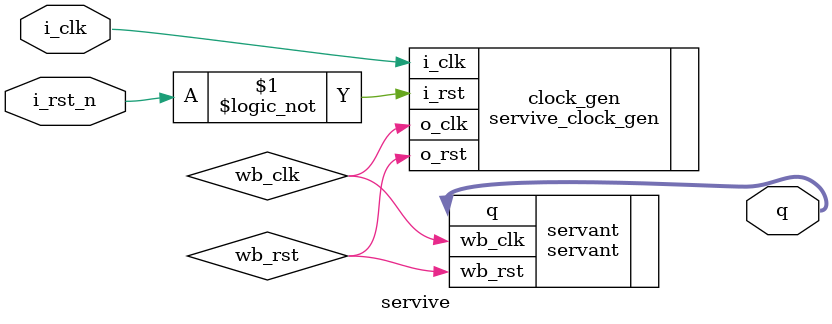
<source format=v>
`default_nettype none
module servive(
    input wire 	   i_clk,
    input wire 	   i_rst_n,
    output wire [7:0]	   q
);
    parameter memfile = "demo_acc_adr.hex";
    parameter memsize = 12740;
    parameter NUM_GPIO = 8;
    parameter ADR_WIDTH_GPIO = 3;
    parameter reset_strategy = "MINI";
    parameter sim = 0;
    parameter with_csr = 1;

    wire      wb_clk;
    wire      wb_rst;

    servive_clock_gen clock_gen
    (.i_clk (i_clk),
    .i_rst (!i_rst_n),
    .o_clk (wb_clk),
    .o_rst (wb_rst));

    servant
    #(.memfile (memfile),
    .memsize (memsize),
    .ADR_WIDTH_GPIO(ADR_WIDTH_GPIO),
    .NUM_GPIO(NUM_GPIO),
    .reset_strategy(reset_strategy),
    .sim(sim),
    .with_csr(with_csr))
    servant
    (.wb_clk (wb_clk),
    .wb_rst (wb_rst),
    .q      (q));

endmodule

</source>
